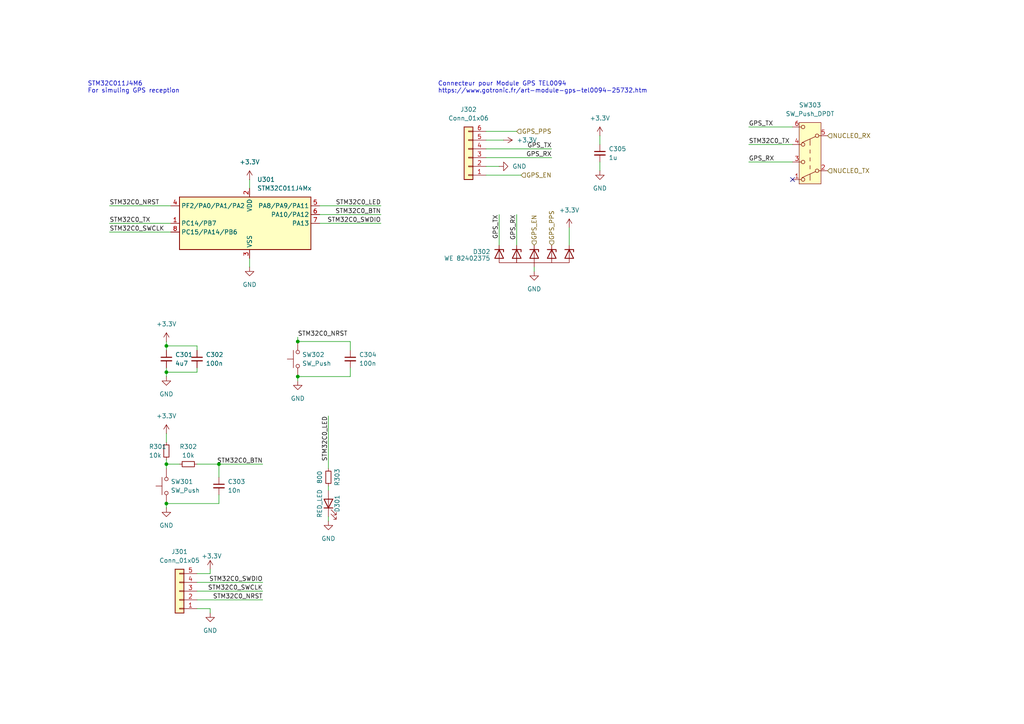
<source format=kicad_sch>
(kicad_sch (version 20231120) (generator "eeschema") (generator_version "8.0")
  (paper "A4")
  (lib_symbols
    (symbol "Connector_Generic:Conn_01x05" (pin_names (offset 1.016) hide)
      (property "Reference" "J" (at 0 7.62 0))
      (property "Value" "Conn_01x05" (at 0 -7.62 0))
      (symbol "Conn_01x05_1_1"
        (rectangle (start -1.27 -4.953) (end 0 -5.207) (stroke (width 0.1524)))
        (rectangle (start -1.27 -2.413) (end 0 -2.667) (stroke (width 0.1524)))
        (rectangle (start -1.27 0.127) (end 0 -0.127) (stroke (width 0.1524)))
        (rectangle (start -1.27 2.667) (end 0 2.413) (stroke (width 0.1524)))
        (rectangle (start -1.27 5.207) (end 0 4.953) (stroke (width 0.1524)))
        (rectangle (start -1.27 6.35) (end 1.27 -6.35) (stroke (width 0.254)) (fill (type background)))
        (pin passive line (at -5.08 5.08 0) (length 3.81) (name "Pin_1") (number "1"))
        (pin passive line (at -5.08 2.54 0) (length 3.81) (name "Pin_2") (number "2"))
        (pin passive line (at -5.08 0 0) (length 3.81) (name "Pin_3") (number "3"))
        (pin passive line (at -5.08 -2.54 0) (length 3.81) (name "Pin_4") (number "4"))
        (pin passive line (at -5.08 -5.08 0) (length 3.81) (name "Pin_5") (number "5"))
      )
    )
    (symbol "Connector_Generic:Conn_01x06" (pin_names (offset 1.016) hide)
      (property "Reference" "J" (at 0 7.62 0))
      (property "Value" "Conn_01x06" (at 0 -10.16 0))
      (symbol "Conn_01x06_1_1"
        (rectangle (start -1.27 -7.493) (end 0 -7.747) (stroke (width 0.1524)))
        (rectangle (start -1.27 -4.953) (end 0 -5.207) (stroke (width 0.1524)))
        (rectangle (start -1.27 -2.413) (end 0 -2.667) (stroke (width 0.1524)))
        (rectangle (start -1.27 0.127) (end 0 -0.127) (stroke (width 0.1524)))
        (rectangle (start -1.27 2.667) (end 0 2.413) (stroke (width 0.1524)))
        (rectangle (start -1.27 5.207) (end 0 4.953) (stroke (width 0.1524)))
        (rectangle (start -1.27 6.35) (end 1.27 -8.89) (stroke (width 0.254)) (fill (type background)))
        (pin passive line (at -5.08 5.08 0) (length 3.81) (name "Pin_1") (number "1"))
        (pin passive line (at -5.08 2.54 0) (length 3.81) (name "Pin_2") (number "2"))
        (pin passive line (at -5.08 0 0) (length 3.81) (name "Pin_3") (number "3"))
        (pin passive line (at -5.08 -2.54 0) (length 3.81) (name "Pin_4") (number "4"))
        (pin passive line (at -5.08 -5.08 0) (length 3.81) (name "Pin_5") (number "5"))
        (pin passive line (at -5.08 -7.62 0) (length 3.81) (name "Pin_6") (number "6"))
      )
    )
    (symbol "Device:C_Small" (pin_numbers hide) (pin_names (offset 0.254) hide)
      (property "Reference" "C" (at 0.254 1.778 0))
      (property "Value" "C_Small" (at 0.254 -2.032 0))
      (symbol "C_Small_0_1"
        (polyline (pts (xy -1.524 -0.508) (xy 1.524 -0.508)) (stroke (width 0.3302)))
        (polyline (pts (xy -1.524 0.508) (xy 1.524 0.508)) (stroke (width 0.3048)))
      )
      (symbol "C_Small_1_1"
        (pin passive line (at 0 2.54 270) (length 2.032) (name "~") (number "1"))
        (pin passive line (at 0 -2.54 90) (length 2.032) (name "~") (number "2"))
      )
    )
    (symbol "Device:LED" (pin_numbers hide) (pin_names (offset 1.016) hide)
      (property "Reference" "D" (at 0 2.54 0))
      (property "Value" "LED" (at 0 -2.54 0))
      (symbol "LED_0_1"
        (polyline (pts (xy -1.27 -1.27) (xy -1.27 1.27)) (stroke (width 0.254)))
        (polyline (pts (xy -1.27 0) (xy 1.27 0)))
        (polyline (pts (xy 1.27 -1.27) (xy 1.27 1.27) (xy -1.27 0) (xy 1.27 -1.27)) (stroke (width 0.254)))
        (polyline (pts (xy -3.048 -0.762) (xy -4.572 -2.286) (xy -3.81 -2.286) (xy -4.572 -2.286) (xy -4.572 -1.524)))
        (polyline (pts (xy -1.778 -0.762) (xy -3.302 -2.286) (xy -2.54 -2.286) (xy -3.302 -2.286) (xy -3.302 -1.524)))
      )
      (symbol "LED_1_1"
        (pin passive line (at -3.81 0 0) (length 2.54) (name "K") (number "1"))
        (pin passive line (at 3.81 0 180) (length 2.54) (name "A") (number "2"))
      )
    )
    (symbol "Device:R_Small" (pin_numbers hide) (pin_names (offset 0.254) hide)
      (property "Reference" "R" (at 0.762 0.508 0))
      (property "Value" "R_Small" (at 0.762 -1.016 0))
      (symbol "R_Small_0_1"
        (rectangle (start -0.762 1.778) (end 0.762 -1.778) (stroke (width 0.2032)))
      )
      (symbol "R_Small_1_1"
        (pin passive line (at 0 2.54 270) (length 0.762) (name "~") (number "1"))
        (pin passive line (at 0 -2.54 90) (length 0.762) (name "~") (number "2"))
      )
    )
    (symbol "MCU_ST_STM32C0:STM32C011J4Mx"
      (property "Reference" "U" (at -17.78 8.89 0))
      (property "Value" "STM32C011J4Mx" (at 5.08 8.89 0))
      (symbol "STM32C011J4Mx_0_1"
        (rectangle (start -17.78 -7.62) (end 20.32 7.62) (stroke (width 0.254)) (fill (type background)))
      )
      (symbol "STM32C011J4Mx_1_1"
        (pin bidirectional line (at -20.32 0 0) (length 2.54) (name "PC14/PB7") (number "1"))
        (pin power_in line (at 2.54 10.16 270) (length 2.54) (name "VDD") (number "2"))
        (pin power_in line (at 2.54 -10.16 90) (length 2.54) (name "VSS") (number "3"))
        (pin bidirectional line (at -20.32 5.08 0) (length 2.54) (name "PF2/PA0/PA1/PA2") (number "4"))
        (pin bidirectional line (at 22.86 5.08 180) (length 2.54) (name "PA8/PA9/PA11") (number "5"))
        (pin bidirectional line (at 22.86 2.54 180) (length 2.54) (name "PA10/PA12") (number "6"))
        (pin bidirectional line (at 22.86 0 180) (length 2.54) (name "PA13") (number "7"))
        (pin bidirectional line (at -20.32 -2.54 0) (length 2.54) (name "PC15/PA14/PB6") (number "8"))
      )
    )
    (symbol "Switch:SW_Push" (pin_numbers hide) (pin_names (offset 1.016) hide)
      (property "Reference" "SW" (at 1.27 2.54 0))
      (property "Value" "SW_Push" (at 0 -1.524 0))
      (symbol "SW_Push_0_1"
        (circle (center -2.032 0) (radius 0.508))
        (polyline (pts (xy 0 1.27) (xy 0 3.048)))
        (polyline (pts (xy 2.54 1.27) (xy -2.54 1.27)))
        (circle (center 2.032 0) (radius 0.508))
        (pin passive line (at -5.08 0 0) (length 2.54) (name "1") (number "1"))
        (pin passive line (at 5.08 0 180) (length 2.54) (name "2") (number "2"))
      )
    )
    (symbol "Switch:SW_Push_DPDT" (pin_names (offset 0) hide)
      (property "Reference" "SW" (at 0 10.16 0))
      (property "Value" "SW_Push_DPDT" (at 0 -10.16 0))
      (symbol "SW_Push_DPDT_0_0"
        (circle (center -2.032 -5.08) (radius 0.508))
        (circle (center -2.032 5.08) (radius 0.508))
        (circle (center 2.032 -7.62) (radius 0.508))
        (circle (center 2.032 2.54) (radius 0.508))
      )
      (symbol "SW_Push_DPDT_0_1"
        (polyline (pts (xy -1.524 -4.826) (xy 2.3368 -3.0988)))
        (polyline (pts (xy -1.524 5.334) (xy 2.3368 7.0612)))
        (polyline (pts (xy 0 -2.286) (xy 0 -4.064)))
        (polyline (pts (xy 0 -1.016) (xy 0 0)))
        (polyline (pts (xy 0 1.27) (xy 0 2.286)))
        (polyline (pts (xy 0 3.556) (xy 0 4.572)))
        (polyline (pts (xy 0 7.874) (xy 0 6.096)))
        (circle (center 2.032 -2.54) (radius 0.508))
        (circle (center 2.032 7.62) (radius 0.508))
      )
      (symbol "SW_Push_DPDT_1_1"
        (rectangle (start -3.175 8.89) (end 3.175 -8.89) (fill (type background)))
        (pin passive line (at 5.08 7.62 180) (length 2.54) (name "A") (number "1"))
        (pin passive line (at -5.08 5.08 0) (length 2.54) (name "B") (number "2"))
        (pin passive line (at 5.08 2.54 180) (length 2.54) (name "C") (number "3"))
        (pin passive line (at 5.08 -2.54 180) (length 2.54) (name "A") (number "4"))
        (pin passive line (at -5.08 -5.08 0) (length 2.54) (name "B") (number "5"))
        (pin passive line (at 5.08 -7.62 180) (length 2.54) (name "C") (number "6"))
      )
    )
    (symbol "mylibs:D_TVS_Uni_x5"
      (property "Reference" "D" (at 0 8.636 0))
      (symbol "D_TVS_Uni_x5_0_1"
        (polyline (pts (xy -10.16 -1.27) (xy -10.16 -3.81)))
        (polyline (pts (xy -5.08 -1.27) (xy -5.08 -3.81)))
        (polyline (pts (xy -5.08 1.27) (xy 0 1.27)))
        (polyline (pts (xy 0 -1.27) (xy 0 -3.81)))
        (polyline (pts (xy 5.08 -1.27) (xy 5.08 -3.81)))
        (polyline (pts (xy 10.16 -1.27) (xy 10.16 -3.81)))
        (polyline (pts (xy -5.08 -1.27) (xy -5.08 1.27) (xy -10.16 1.27) (xy -10.16 -1.27)))
        (polyline (pts (xy 5.08 -1.27) (xy 5.08 1.27) (xy 0 1.27) (xy 0 -1.27)))
        (polyline (pts (xy 10.16 -1.27) (xy 10.16 1.27) (xy 5.08 1.27) (xy 5.08 -1.27)))
      )
      (symbol "D_TVS_Uni_x5_1_1"
        (polyline (pts (xy -11.43 -1.905) (xy -11.43 -2.54) (xy -8.89 -2.54)) (stroke (width 0.254)))
        (polyline (pts (xy -6.35 -1.905) (xy -6.35 -2.54) (xy -3.81 -2.54)) (stroke (width 0.254)))
        (polyline (pts (xy -1.27 -1.905) (xy -1.27 -2.54) (xy 1.27 -2.54)) (stroke (width 0.254)))
        (polyline (pts (xy 3.81 -1.905) (xy 3.81 -2.54) (xy 6.35 -2.54)) (stroke (width 0.254)))
        (polyline (pts (xy 8.89 -1.905) (xy 8.89 -2.54) (xy 11.43 -2.54)) (stroke (width 0.254)))
        (polyline (pts (xy -10.16 -2.54) (xy -11.43 0) (xy -8.89 0) (xy -10.16 -2.54)) (stroke (width 0.254)))
        (polyline (pts (xy -5.08 -2.54) (xy -6.35 0) (xy -3.81 0) (xy -5.08 -2.54)) (stroke (width 0.254)))
        (polyline (pts (xy 0 -2.54) (xy -1.27 0) (xy 1.27 0) (xy 0 -2.54)) (stroke (width 0.254)))
        (polyline (pts (xy 5.08 -2.54) (xy 3.81 0) (xy 6.35 0) (xy 5.08 -2.54)) (stroke (width 0.254)))
        (polyline (pts (xy 10.16 -2.54) (xy 8.89 0) (xy 11.43 0) (xy 10.16 -2.54)) (stroke (width 0.254)))
        (pin passive line (at -10.16 -3.81 90) (length 1.27) (name "I/O") (number "1"))
        (pin passive line (at 0 2.54 270) (length 1.27) (name "GND") (number "2"))
        (pin passive line (at -5.08 -3.81 90) (length 1.27) (name "I/O") (number "3"))
        (pin passive line (at 0 -3.81 90) (length 1.27) (name "I/O") (number "4"))
        (pin passive line (at 5.08 -3.81 90) (length 1.27) (name "I/O") (number "5"))
        (pin passive line (at 10.16 -3.81 90) (length 1.27) (name "I/O") (number "6"))
      )
    )
    (symbol "power:+3.3V" (power) (pin_numbers hide) (pin_names (offset 0) hide)
      (property "Value" "+3.3V" (at 0 3.556 0))
      (symbol "+3.3V_0_1"
        (polyline (pts (xy -0.762 1.27) (xy 0 2.54)))
        (polyline (pts (xy 0 0) (xy 0 2.54)))
        (polyline (pts (xy 0 2.54) (xy 0.762 1.27)))
      )
      (symbol "+3.3V_1_1"
        (pin power_in line (at 0 0 90) (length 0) (name "~") (number "1"))
      )
    )
    (symbol "power:GND" (power) (pin_numbers hide) (pin_names (offset 0) hide)
      (property "Value" "GND" (at 0 -3.81 0))
      (symbol "GND_0_1"
        (polyline (pts (xy 0 0) (xy 0 -1.27) (xy 1.27 -1.27) (xy 0 -2.54) (xy -1.27 -1.27) (xy 0 -1.27)))
      )
      (symbol "GND_1_1"
        (pin power_in line (at 0 0 270) (length 0) (name "~") (number "1"))
      )
    )
  )
  (junction (at 48.26 107.95))
  (junction (at 48.26 146.05))
  (junction (at 86.36 109.22))
  (junction (at 63.5 134.62))
  (junction (at 48.26 100.33))
  (junction (at 48.26 134.62))
  (junction (at 86.36 99.06))
  (no_connect (at 229.87 52.07))
  (wire (pts (xy 76.2 171.45) (xy 57.15 171.45)))
  (wire (pts (xy 101.6 109.22) (xy 86.36 109.22)))
  (wire (pts (xy 48.26 106.68) (xy 48.26 107.95)))
  (wire (pts (xy 173.99 46.99) (xy 173.99 49.53)))
  (wire (pts (xy 140.97 40.64) (xy 146.05 40.64)))
  (wire (pts (xy 48.26 107.95) (xy 57.15 107.95)))
  (wire (pts (xy 95.25 140.97) (xy 95.25 142.24)))
  (wire (pts (xy 86.36 99.06) (xy 86.36 97.79)))
  (wire (pts (xy 63.5 143.51) (xy 63.5 146.05)))
  (wire (pts (xy 217.17 46.99) (xy 229.87 46.99)))
  (wire (pts (xy 92.71 62.23) (xy 110.49 62.23)))
  (wire (pts (xy 92.71 64.77) (xy 110.49 64.77)))
  (wire (pts (xy 92.71 59.69) (xy 110.49 59.69)))
  (wire (pts (xy 86.36 99.06) (xy 101.6 99.06)))
  (wire (pts (xy 101.6 106.68) (xy 101.6 109.22)))
  (wire (pts (xy 72.39 74.93) (xy 72.39 77.47)))
  (wire (pts (xy 140.97 43.18) (xy 160.02 43.18)))
  (wire (pts (xy 86.36 109.22) (xy 86.36 110.49)))
  (wire (pts (xy 173.99 39.37) (xy 173.99 41.91)))
  (wire (pts (xy 60.96 176.53) (xy 57.15 176.53)))
  (wire (pts (xy 48.26 99.06) (xy 48.26 100.33)))
  (wire (pts (xy 76.2 173.99) (xy 57.15 173.99)))
  (wire (pts (xy 95.25 149.86) (xy 95.25 151.13)))
  (wire (pts (xy 48.26 100.33) (xy 57.15 100.33)))
  (wire (pts (xy 154.94 77.47) (xy 154.94 78.74)))
  (wire (pts (xy 48.26 134.62) (xy 48.26 135.89)))
  (wire (pts (xy 217.17 41.91) (xy 229.87 41.91)))
  (wire (pts (xy 140.97 50.8) (xy 151.13 50.8)))
  (wire (pts (xy 72.39 52.07) (xy 72.39 54.61)))
  (wire (pts (xy 217.17 36.83) (xy 229.87 36.83)))
  (wire (pts (xy 31.75 59.69) (xy 49.53 59.69)))
  (wire (pts (xy 57.15 101.6) (xy 57.15 100.33)))
  (wire (pts (xy 48.26 107.95) (xy 48.26 109.22)))
  (wire (pts (xy 60.96 177.8) (xy 60.96 176.53)))
  (wire (pts (xy 48.26 133.35) (xy 48.26 134.62)))
  (wire (pts (xy 57.15 134.62) (xy 63.5 134.62)))
  (wire (pts (xy 140.97 48.26) (xy 144.78 48.26)))
  (wire (pts (xy 63.5 134.62) (xy 63.5 138.43)))
  (wire (pts (xy 165.1 66.04) (xy 165.1 71.12)))
  (wire (pts (xy 48.26 125.73) (xy 48.26 128.27)))
  (wire (pts (xy 101.6 101.6) (xy 101.6 99.06)))
  (wire (pts (xy 31.75 64.77) (xy 49.53 64.77)))
  (wire (pts (xy 140.97 38.1) (xy 149.86 38.1)))
  (wire (pts (xy 63.5 146.05) (xy 48.26 146.05)))
  (wire (pts (xy 48.26 100.33) (xy 48.26 101.6)))
  (wire (pts (xy 76.2 134.62) (xy 63.5 134.62)))
  (wire (pts (xy 60.96 165.1) (xy 60.96 166.37)))
  (wire (pts (xy 95.25 120.65) (xy 95.25 135.89)))
  (wire (pts (xy 149.86 62.23) (xy 149.86 71.12)))
  (wire (pts (xy 31.75 67.31) (xy 49.53 67.31)))
  (wire (pts (xy 144.78 62.23) (xy 144.78 71.12)))
  (wire (pts (xy 76.2 168.91) (xy 57.15 168.91)))
  (wire (pts (xy 48.26 146.05) (xy 48.26 147.32)))
  (wire (pts (xy 57.15 106.68) (xy 57.15 107.95)))
  (wire (pts (xy 60.96 166.37) (xy 57.15 166.37)))
  (wire (pts (xy 140.97 45.72) (xy 160.02 45.72)))
  (wire (pts (xy 48.26 134.62) (xy 52.07 134.62)))
  (text "Connecteur pour Module GPS TEL0094\nhttps://www.gotronic.fr/art-module-gps-tel0094-25732.htm" (at 127 25.4 0) (effects (font (size 1.27 1.27)) (justify left)))
  (text "STM32C011J4M6\nFor simuling GPS reception" (at 25.4 25.4 0) (effects (font (size 1.27 1.27)) (justify left)))
  (label "STM32C0_LED" (at 110.49 59.69 180))
  (label "STM32C0_SWDIO" (at 76.2 168.91 180))
  (label "STM32C0_SWDIO" (at 110.49 64.77 180))
  (label "GPS_TX" (at 144.78 62.23 270))
  (label "GPS_RX" (at 149.86 62.23 270))
  (label "STM32C0_BTN" (at 110.49 62.23 180))
  (label "GPS_TX" (at 160.02 43.18 180))
  (label "STM32C0_LED" (at 95.25 120.65 270))
  (label "STM32C0_TX" (at 217.17 41.91 0))
  (label "STM32C0_TX" (at 31.75 64.77 0))
  (label "GPS_RX" (at 160.02 45.72 180))
  (label "STM32C0_BTN" (at 76.2 134.62 180))
  (label "GPS_TX" (at 217.17 36.83 0))
  (label "GPS_RX" (at 217.17 46.99 0))
  (label "STM32C0_SWCLK" (at 31.75 67.31 0))
  (label "STM32C0_NRST" (at 86.36 97.79 0))
  (label "STM32C0_NRST" (at 76.2 173.99 180))
  (label "STM32C0_SWCLK" (at 76.2 171.45 180))
  (label "STM32C0_NRST" (at 31.75 59.69 0))
  (hierarchical_label "NUCLEO_RX" (shape input) (at 240.03 39.37 0))
  (hierarchical_label "GPS_PPS" (shape input) (at 160.02 71.12 90))
  (hierarchical_label "NUCLEO_TX" (shape input) (at 240.03 49.53 0))
  (hierarchical_label "GPS_PPS" (shape input) (at 149.86 38.1 0))
  (hierarchical_label "GPS_EN" (shape input) (at 151.13 50.8 0))
  (hierarchical_label "GPS_EN" (shape input) (at 154.94 71.12 90))
  (symbol (lib_id "Device:C_Small") (at 48.26 104.14 0) (unit 1)
    (property "Reference" "C301" (at 50.8 102.8762 0) (effects (justify left)))
    (property "Value" "4u7" (at 50.8 105.4162 0) (effects (justify left)))
    (property "Footprint" "Capacitor_SMD:C_0402_1005Metric" (effects (hide yes)))
    (property "Description" "Unpolarized capacitor, small symbol" (effects (hide yes)))
    (property "MPN" "WE 885012105008" (effects (hide yes)))
  )
  (symbol (lib_id "power:GND") (at 173.99 49.53 0) (unit 1)
    (property "Reference" "#PWR0316" (effects (hide yes)))
    (property "Value" "GND" (at 173.99 54.61 0))
    (property "Description" "Power symbol creates a global label with name \"GND\" , ground" (effects (hide yes)))
  )
  (symbol (lib_id "power:GND") (at 72.39 77.47 0) (unit 1)
    (property "Reference" "#PWR0308" (effects (hide yes)))
    (property "Value" "GND" (at 72.39 82.55 0))
    (property "Description" "Power symbol creates a global label with name \"GND\" , ground" (effects (hide yes)))
  )
  (symbol (lib_id "power:+3.3V") (at 146.05 40.64 270) (unit 1)
    (property "Reference" "#PWR0312" (effects (hide yes)))
    (property "Value" "+3.3V" (at 149.86 40.6399 90) (effects (justify left)))
    (property "Description" "Power symbol creates a global label with name \"+3.3V\"" (effects (hide yes)))
  )
  (symbol (lib_id "power:+3.3V") (at 72.39 52.07 0) (unit 1)
    (property "Reference" "#PWR0307" (effects (hide yes)))
    (property "Value" "+3.3V" (at 72.39 46.99 0))
    (property "Description" "Power symbol creates a global label with name \"+3.3V\"" (effects (hide yes)))
  )
  (symbol (lib_id "Connector_Generic:Conn_01x06") (at 135.89 45.72 180) (unit 1)
    (property "Reference" "J302" (at 135.89 31.75 0))
    (property "Value" "Conn_01x06" (at 135.89 34.29 0))
    (property "Footprint" "Connector_JST:JST_XH_S6B-XH-A_1x06_P2.50mm_Horizontal" (effects (hide yes)))
    (property "Description" "Generic connector, single row, 01x06, script generated (kicad-library-utils/schlib/autogen/connector/)" (effects (hide yes)))
    (property "MPN" "S6B-XH-A(lf)(sn)" (effects (hide yes)))
  )
  (symbol (lib_id "Device:C_Small") (at 57.15 104.14 0) (unit 1)
    (property "Reference" "C302" (at 59.69 102.8762 0) (effects (justify left)))
    (property "Value" "100n" (at 59.69 105.4162 0) (effects (justify left)))
    (property "Footprint" "Capacitor_SMD:C_0402_1005Metric" (effects (hide yes)))
    (property "Description" "Unpolarized capacitor, small symbol" (effects (hide yes)))
    (property "MPN" "WE 885012105018" (effects (hide yes)))
  )
  (symbol (lib_id "Device:R_Small") (at 54.61 134.62 90) (unit 1)
    (property "Reference" "R302" (at 54.61 129.54 90))
    (property "Value" "10k" (at 54.61 132.08 90))
    (property "Footprint" "Resistor_SMD:R_0402_1005Metric" (effects (hide yes)))
    (property "Description" "Resistor, small symbol" (effects (hide yes)))
  )
  (symbol (lib_id "Device:LED") (at 95.25 146.05 90) (unit 1)
    (property "Reference" "D301" (at 97.79 146.05 0))
    (property "Value" "RED_LED" (at 92.71 146.05 0))
    (property "Footprint" "LED_SMD:LED_0603_1608Metric" (effects (hide yes)))
    (property "Datasheet" "https://www.we-online.com/components/products/datasheet/150060RS55040.pdf" (effects (hide yes)))
    (property "Description" "Light emitting diode" (effects (hide yes)))
    (property "MPN" "WE 150060RS55040" (effects (hide yes)))
  )
  (symbol (lib_id "Device:C_Small") (at 173.99 44.45 0) (unit 1)
    (property "Reference" "C305" (at 176.53 43.1862 0) (effects (justify left)))
    (property "Value" "1u" (at 176.53 45.7262 0) (effects (justify left)))
    (property "Footprint" "Capacitor_SMD:C_0402_1005Metric" (effects (hide yes)))
    (property "Description" "Unpolarized capacitor, small symbol" (effects (hide yes)))
    (property "MPN" "WE 885012105012" (effects (hide yes)))
  )
  (symbol (lib_id "MCU_ST_STM32C0:STM32C011J4Mx") (at 69.85 64.77 0) (unit 1)
    (property "Reference" "U301" (at 74.5841 52.07 0) (effects (justify left)))
    (property "Value" "STM32C011J4Mx" (at 74.5841 54.61 0) (effects (justify left)))
    (property "Footprint" "Package_SO:SOIC-8_3.9x4.9mm_P1.27mm" (effects (hide yes)))
    (property "Datasheet" "https://www.st.com/resource/en/datasheet/stm32c011j4.pdf" (effects (hide yes)))
    (property "Description" "STMicroelectronics Arm Cortex-M0+ MCU, 16KB flash, 6KB RAM, 48 MHz, 2.0-3.6V, 6 GPIO, SO8N" (effects (hide yes)))
    (property "MPN" "STM32C011J4M6" (effects (hide yes)))
  )
  (symbol (lib_id "power:+3.3V") (at 165.1 66.04 0) (unit 1)
    (property "Reference" "#PWR0314" (effects (hide yes)))
    (property "Value" "+3.3V" (at 165.1 60.96 0))
    (property "Description" "Power symbol creates a global label with name \"+3.3V\"" (effects (hide yes)))
  )
  (symbol (lib_id "power:+3.3V") (at 48.26 99.06 0) (unit 1)
    (property "Reference" "#PWR0301" (effects (hide yes)))
    (property "Value" "+3.3V" (at 48.26 93.98 0))
    (property "Description" "Power symbol creates a global label with name \"+3.3V\"" (effects (hide yes)))
  )
  (symbol (lib_id "power:GND") (at 95.25 151.13 0) (unit 1)
    (property "Reference" "#PWR0310" (effects (hide yes)))
    (property "Value" "GND" (at 95.25 156.21 0))
    (property "Description" "Power symbol creates a global label with name \"GND\" , ground" (effects (hide yes)))
  )
  (symbol (lib_id "mylibs:D_TVS_Uni_x5") (at 154.94 74.93 180) (unit 1)
    (property "Reference" "D302" (at 142.24 73.0249 0) (effects (justify left)))
    (property "Value" "WE 82402375" (at 142.24 74.93 0) (effects (justify left)))
    (property "Footprint" "libs:SC70-6L" (effects (hide yes)))
    (property "Datasheet" "https://www.we-online.com/components/products/datasheet/82402375.pdf" (effects (hide yes)))
    (property "Description" "TVS 5V x5" (effects (hide yes)))
    (property "MPN" "WE 82402375" (effects (hide yes)))
  )
  (symbol (lib_id "power:GND") (at 154.94 78.74 0) (unit 1)
    (property "Reference" "#PWR0313" (effects (hide yes)))
    (property "Value" "GND" (at 154.94 83.82 0))
    (property "Description" "Power symbol creates a global label with name \"GND\" , ground" (effects (hide yes)))
  )
  (symbol (lib_id "Device:R_Small") (at 48.26 130.81 180) (unit 1)
    (property "Reference" "R301" (at 43.18 129.54 0) (effects (justify right)))
    (property "Value" "10k" (at 43.18 132.08 0) (effects (justify right)))
    (property "Footprint" "Resistor_SMD:R_0402_1005Metric" (effects (hide yes)))
    (property "Description" "Resistor, small symbol" (effects (hide yes)))
  )
  (symbol (lib_id "power:+3.3V") (at 173.99 39.37 0) (unit 1)
    (property "Reference" "#PWR0315" (effects (hide yes)))
    (property "Value" "+3.3V" (at 173.99 34.29 0))
    (property "Description" "Power symbol creates a global label with name \"+3.3V\"" (effects (hide yes)))
  )
  (symbol (lib_id "power:GND") (at 48.26 109.22 0) (unit 1)
    (property "Reference" "#PWR0302" (effects (hide yes)))
    (property "Value" "GND" (at 48.26 114.3 0))
    (property "Description" "Power symbol creates a global label with name \"GND\" , ground" (effects (hide yes)))
  )
  (symbol (lib_id "power:GND") (at 60.96 177.8 0) (unit 1)
    (property "Reference" "#PWR0306" (effects (hide yes)))
    (property "Value" "GND" (at 60.96 182.88 0))
    (property "Description" "Power symbol creates a global label with name \"GND\" , ground" (effects (hide yes)))
  )
  (symbol (lib_id "power:+3.3V") (at 60.96 165.1 0) (unit 1)
    (property "Reference" "#PWR0305" (effects (hide yes)))
    (property "Value" "+3.3V" (at 58.42 161.29 0) (effects (justify left)))
    (property "Description" "Power symbol creates a global label with name \"+3.3V\"" (effects (hide yes)))
  )
  (symbol (lib_id "Switch:SW_Push_DPDT") (at 234.95 44.45 180) (unit 1)
    (property "Reference" "SW303" (at 234.95 30.48 0))
    (property "Value" "SW_Push_DPDT" (at 234.95 33.02 0))
    (property "Footprint" "Button_Switch_SMD:SW_DPDT_CK_JS202011JCQN" (effects (hide yes)))
    (property "Description" "Momentary Switch, dual pole double throw" (effects (hide yes)))
    (property "MPN" "JS202011JCQN" (effects (hide yes)))
  )
  (symbol (lib_id "Device:R_Small") (at 95.25 138.43 0) (unit 1)
    (property "Reference" "R303" (at 97.79 138.43 90))
    (property "Value" "800" (at 92.71 138.43 90))
    (property "Footprint" "Resistor_SMD:R_0402_1005Metric" (effects (hide yes)))
    (property "Description" "Resistor, small symbol" (effects (hide yes)))
  )
  (symbol (lib_id "power:GND") (at 48.26 147.32 0) (unit 1)
    (property "Reference" "#PWR0304" (effects (hide yes)))
    (property "Value" "GND" (at 48.26 152.4 0))
    (property "Description" "Power symbol creates a global label with name \"GND\" , ground" (effects (hide yes)))
  )
  (symbol (lib_id "Device:C_Small") (at 101.6 104.14 0) (unit 1)
    (property "Reference" "C304" (at 104.14 102.8762 0) (effects (justify left)))
    (property "Value" "100n" (at 104.14 105.4162 0) (effects (justify left)))
    (property "Footprint" "Capacitor_SMD:C_0402_1005Metric" (effects (hide yes)))
    (property "Description" "Unpolarized capacitor, small symbol" (effects (hide yes)))
    (property "MPN" "WE 885012105018" (effects (hide yes)))
  )
  (symbol (lib_id "Device:C_Small") (at 63.5 140.97 0) (unit 1)
    (property "Reference" "C303" (at 66.04 139.7062 0) (effects (justify left)))
    (property "Value" "10n" (at 66.04 142.2462 0) (effects (justify left)))
    (property "Footprint" "Capacitor_SMD:C_0402_1005Metric" (effects (hide yes)))
    (property "Description" "Unpolarized capacitor, small symbol" (effects (hide yes)))
    (property "MPN" "WE 885012205050" (effects (hide yes)))
  )
  (symbol (lib_id "power:GND") (at 144.78 48.26 90) (unit 1)
    (property "Reference" "#PWR0311" (effects (hide yes)))
    (property "Value" "GND" (at 148.59 48.2599 90) (effects (justify right)))
    (property "Description" "Power symbol creates a global label with name \"GND\" , ground" (effects (hide yes)))
  )
  (symbol (lib_id "Switch:SW_Push") (at 48.26 140.97 90) (unit 1)
    (property "Reference" "SW301" (at 49.53 139.6999 90) (effects (justify right)))
    (property "Value" "SW_Push" (at 49.53 142.2399 90) (effects (justify right)))
    (property "Footprint" "Button_Switch_SMD:SW_Push_1P1T_NO_6x6mm_H9.5mm" (effects (hide yes)))
    (property "Description" "Push button switch, generic, two pins" (effects (hide yes)))
    (property "MPN" "WE 430182070816" (effects (hide yes)))
  )
  (symbol (lib_id "power:GND") (at 86.36 110.49 0) (unit 1)
    (property "Reference" "#PWR0309" (effects (hide yes)))
    (property "Value" "GND" (at 86.36 115.57 0))
    (property "Description" "Power symbol creates a global label with name \"GND\" , ground" (effects (hide yes)))
  )
  (symbol (lib_id "power:+3.3V") (at 48.26 125.73 0) (unit 1)
    (property "Reference" "#PWR0303" (effects (hide yes)))
    (property "Value" "+3.3V" (at 48.26 120.65 0))
    (property "Description" "Power symbol creates a global label with name \"+3.3V\"" (effects (hide yes)))
  )
  (symbol (lib_id "Switch:SW_Push") (at 86.36 104.14 90) (unit 1)
    (property "Reference" "SW302" (at 87.63 102.8699 90) (effects (justify right)))
    (property "Value" "SW_Push" (at 87.63 105.4099 90) (effects (justify right)))
    (property "Footprint" "Button_Switch_SMD:SW_Push_1P1T_NO_6x6mm_H9.5mm" (effects (hide yes)))
    (property "Description" "Push button switch, generic, two pins" (effects (hide yes)))
    (property "MPN" "WE 430182070816" (effects (hide yes)))
  )
  (symbol (lib_id "Connector_Generic:Conn_01x05") (at 52.07 171.45 180) (unit 1)
    (property "Reference" "J301" (at 52.07 160.02 0))
    (property "Value" "Conn_01x05" (at 52.07 162.56 0))
    (property "Footprint" "Connector_PinHeader_2.54mm:PinHeader_1x05_P2.54mm_Horizontal" (effects (hide yes)))
    (property "Description" "Generic connector, single row, 01x05, script generated (kicad-library-utils/schlib/autogen/connector/)" (effects (hide yes)))
  )
)
</source>
